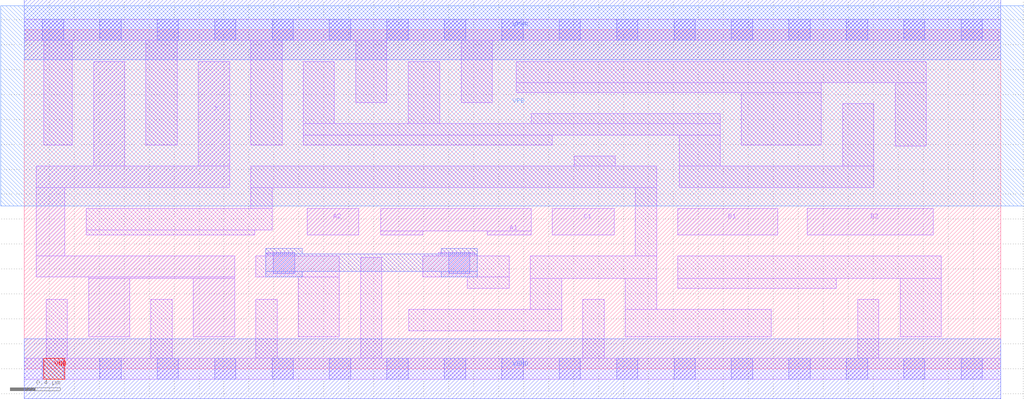
<source format=lef>
# Copyright 2020 The SkyWater PDK Authors
#
# Licensed under the Apache License, Version 2.0 (the "License");
# you may not use this file except in compliance with the License.
# You may obtain a copy of the License at
#
#     https://www.apache.org/licenses/LICENSE-2.0
#
# Unless required by applicable law or agreed to in writing, software
# distributed under the License is distributed on an "AS IS" BASIS,
# WITHOUT WARRANTIES OR CONDITIONS OF ANY KIND, either express or implied.
# See the License for the specific language governing permissions and
# limitations under the License.
#
# SPDX-License-Identifier: Apache-2.0

VERSION 5.7 ;
  NOWIREEXTENSIONATPIN ON ;
  DIVIDERCHAR "/" ;
  BUSBITCHARS "[]" ;
MACRO sky130_fd_sc_hd__a221o_4
  CLASS CORE ;
  FOREIGN sky130_fd_sc_hd__a221o_4 ;
  ORIGIN  0.000000  0.000000 ;
  SIZE  7.820000 BY  2.720000 ;
  SYMMETRY X Y R90 ;
  SITE unithd ;
  PIN A1
    ANTENNAGATEAREA  0.495000 ;
    DIRECTION INPUT ;
    USE SIGNAL ;
    PORT
      LAYER li1 ;
        RECT 2.855000 1.075000 3.190000 1.105000 ;
        RECT 2.855000 1.105000 4.060000 1.285000 ;
        RECT 3.710000 1.075000 4.060000 1.105000 ;
    END
  END A1
  PIN A2
    ANTENNAGATEAREA  0.495000 ;
    DIRECTION INPUT ;
    USE SIGNAL ;
    PORT
      LAYER li1 ;
        RECT 2.265000 1.075000 2.680000 1.285000 ;
    END
  END A2
  PIN B1
    ANTENNAGATEAREA  0.495000 ;
    DIRECTION INPUT ;
    USE SIGNAL ;
    PORT
      LAYER li1 ;
        RECT 5.235000 1.075000 6.035000 1.285000 ;
    END
  END B1
  PIN B2
    ANTENNAGATEAREA  0.495000 ;
    DIRECTION INPUT ;
    USE SIGNAL ;
    PORT
      LAYER li1 ;
        RECT 6.270000 1.075000 7.280000 1.285000 ;
    END
  END B2
  PIN C1
    ANTENNAGATEAREA  0.495000 ;
    DIRECTION INPUT ;
    USE SIGNAL ;
    PORT
      LAYER li1 ;
        RECT 4.230000 1.075000 4.725000 1.285000 ;
    END
  END C1
  PIN VNB
    PORT
      LAYER pwell ;
        RECT 0.155000 -0.085000 0.325000 0.085000 ;
    END
  END VNB
  PIN VPB
    PORT
      LAYER nwell ;
        RECT -0.190000 1.305000 8.010000 2.910000 ;
    END
  END VPB
  PIN X
    ANTENNADIFFAREA  0.891000 ;
    DIRECTION OUTPUT ;
    USE SIGNAL ;
    PORT
      LAYER li1 ;
        RECT 0.095000 0.735000 1.685000 0.905000 ;
        RECT 0.095000 0.905000 0.325000 1.455000 ;
        RECT 0.095000 1.455000 1.645000 1.625000 ;
        RECT 0.515000 0.255000 0.845000 0.725000 ;
        RECT 0.515000 0.725000 1.685000 0.735000 ;
        RECT 0.555000 1.625000 0.805000 2.465000 ;
        RECT 1.355000 0.255000 1.685000 0.725000 ;
        RECT 1.395000 1.625000 1.645000 2.465000 ;
    END
  END X
  PIN VGND
    DIRECTION INOUT ;
    SHAPE ABUTMENT ;
    USE GROUND ;
    PORT
      LAYER met1 ;
        RECT 0.000000 -0.240000 7.820000 0.240000 ;
    END
  END VGND
  PIN VPWR
    DIRECTION INOUT ;
    SHAPE ABUTMENT ;
    USE POWER ;
    PORT
      LAYER met1 ;
        RECT 0.000000 2.480000 7.820000 2.960000 ;
    END
  END VPWR
  OBS
    LAYER li1 ;
      RECT 0.000000 -0.085000 7.820000 0.085000 ;
      RECT 0.000000  2.635000 7.820000 2.805000 ;
      RECT 0.155000  1.795000 0.385000 2.635000 ;
      RECT 0.175000  0.085000 0.345000 0.555000 ;
      RECT 0.495000  1.075000 1.845000 1.115000 ;
      RECT 0.495000  1.115000 1.985000 1.285000 ;
      RECT 0.975000  1.795000 1.225000 2.635000 ;
      RECT 1.015000  0.085000 1.185000 0.555000 ;
      RECT 1.815000  1.285000 1.985000 1.455000 ;
      RECT 1.815000  1.455000 5.065000 1.625000 ;
      RECT 1.815000  1.795000 2.065000 2.635000 ;
      RECT 1.855000  0.085000 2.025000 0.555000 ;
      RECT 1.855000  0.735000 2.525000 0.905000 ;
      RECT 1.945000  0.905000 2.165000 0.935000 ;
      RECT 2.195000  0.255000 2.525000 0.735000 ;
      RECT 2.235000  1.795000 4.230000 1.875000 ;
      RECT 2.235000  1.875000 5.575000 1.965000 ;
      RECT 2.235000  1.965000 2.485000 2.465000 ;
      RECT 2.655000  2.135000 2.905000 2.635000 ;
      RECT 2.695000  0.085000 2.865000 0.895000 ;
      RECT 3.075000  1.965000 3.330000 2.465000 ;
      RECT 3.080000  0.305000 4.305000 0.475000 ;
      RECT 3.190000  0.735000 3.885000 0.905000 ;
      RECT 3.315000  0.905000 3.610000 0.935000 ;
      RECT 3.500000  2.135000 3.750000 2.635000 ;
      RECT 3.550000  0.645000 3.885000 0.735000 ;
      RECT 3.940000  2.215000 6.385000 2.295000 ;
      RECT 3.940000  2.295000 7.225000 2.465000 ;
      RECT 4.055000  0.475000 4.305000 0.725000 ;
      RECT 4.055000  0.725000 5.065000 0.905000 ;
      RECT 4.060000  1.965000 5.575000 2.045000 ;
      RECT 4.405000  1.625000 4.735000 1.705000 ;
      RECT 4.475000  0.085000 4.645000 0.555000 ;
      RECT 4.815000  0.255000 5.985000 0.475000 ;
      RECT 4.815000  0.475000 5.065000 0.725000 ;
      RECT 4.895000  0.905000 5.065000 1.455000 ;
      RECT 5.235000  0.645000 6.505000 0.725000 ;
      RECT 5.235000  0.725000 7.345000 0.905000 ;
      RECT 5.245000  1.455000 6.805000 1.625000 ;
      RECT 5.245000  1.625000 5.575000 1.875000 ;
      RECT 5.745000  1.795000 6.385000 2.215000 ;
      RECT 6.555000  1.625000 6.805000 2.125000 ;
      RECT 6.675000  0.085000 6.845000 0.555000 ;
      RECT 6.975000  1.785000 7.225000 2.295000 ;
      RECT 7.015000  0.255000 7.345000 0.725000 ;
    LAYER mcon ;
      RECT 0.145000 -0.085000 0.315000 0.085000 ;
      RECT 0.145000  2.635000 0.315000 2.805000 ;
      RECT 0.605000 -0.085000 0.775000 0.085000 ;
      RECT 0.605000  2.635000 0.775000 2.805000 ;
      RECT 1.065000 -0.085000 1.235000 0.085000 ;
      RECT 1.065000  2.635000 1.235000 2.805000 ;
      RECT 1.525000 -0.085000 1.695000 0.085000 ;
      RECT 1.525000  2.635000 1.695000 2.805000 ;
      RECT 1.985000 -0.085000 2.155000 0.085000 ;
      RECT 1.985000  2.635000 2.155000 2.805000 ;
      RECT 1.995000  0.765000 2.165000 0.935000 ;
      RECT 2.445000 -0.085000 2.615000 0.085000 ;
      RECT 2.445000  2.635000 2.615000 2.805000 ;
      RECT 2.905000 -0.085000 3.075000 0.085000 ;
      RECT 2.905000  2.635000 3.075000 2.805000 ;
      RECT 3.365000 -0.085000 3.535000 0.085000 ;
      RECT 3.365000  2.635000 3.535000 2.805000 ;
      RECT 3.400000  0.765000 3.570000 0.935000 ;
      RECT 3.825000 -0.085000 3.995000 0.085000 ;
      RECT 3.825000  2.635000 3.995000 2.805000 ;
      RECT 4.285000 -0.085000 4.455000 0.085000 ;
      RECT 4.285000  2.635000 4.455000 2.805000 ;
      RECT 4.745000 -0.085000 4.915000 0.085000 ;
      RECT 4.745000  2.635000 4.915000 2.805000 ;
      RECT 5.205000 -0.085000 5.375000 0.085000 ;
      RECT 5.205000  2.635000 5.375000 2.805000 ;
      RECT 5.665000 -0.085000 5.835000 0.085000 ;
      RECT 5.665000  2.635000 5.835000 2.805000 ;
      RECT 6.125000 -0.085000 6.295000 0.085000 ;
      RECT 6.125000  2.635000 6.295000 2.805000 ;
      RECT 6.585000 -0.085000 6.755000 0.085000 ;
      RECT 6.585000  2.635000 6.755000 2.805000 ;
      RECT 7.045000 -0.085000 7.215000 0.085000 ;
      RECT 7.045000  2.635000 7.215000 2.805000 ;
      RECT 7.505000 -0.085000 7.675000 0.085000 ;
      RECT 7.505000  2.635000 7.675000 2.805000 ;
    LAYER met1 ;
      RECT 1.935000 0.735000 2.225000 0.780000 ;
      RECT 1.935000 0.780000 3.630000 0.920000 ;
      RECT 1.935000 0.920000 2.225000 0.965000 ;
      RECT 3.340000 0.735000 3.630000 0.780000 ;
      RECT 3.340000 0.920000 3.630000 0.965000 ;
  END
END sky130_fd_sc_hd__a221o_4
END LIBRARY

</source>
